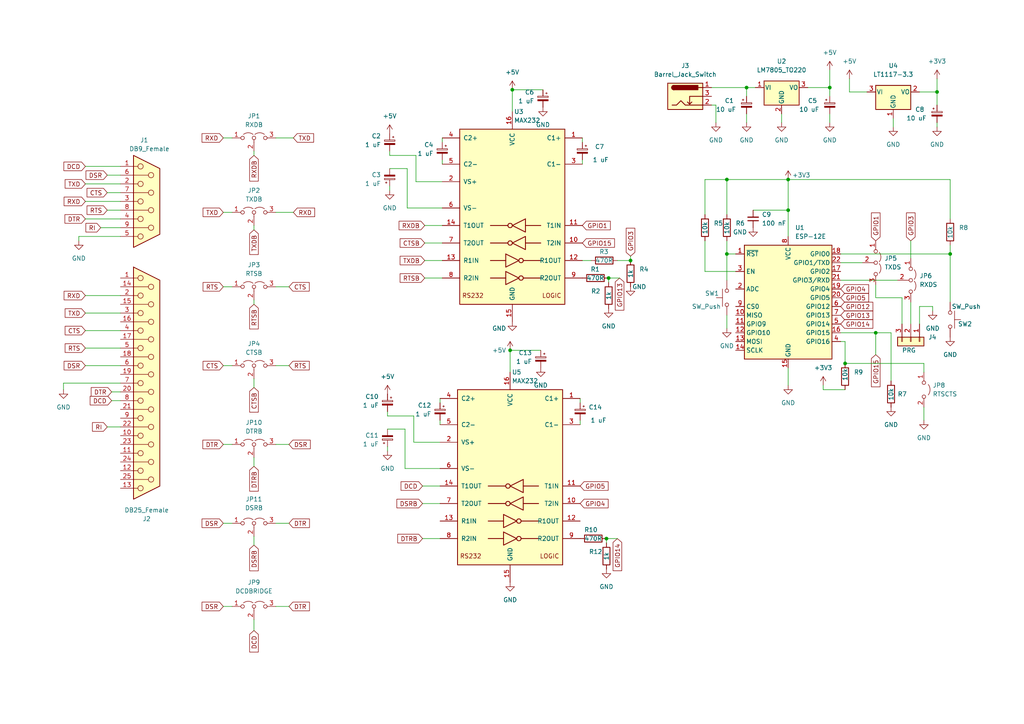
<source format=kicad_sch>
(kicad_sch (version 20211123) (generator eeschema)
  (paper "A4")
  (lib_symbols
    (symbol "Connector:Barrel_Jack_Switch" (pin_names hide)
      (property "Reference" "J" (at 0 5.334 0))
      (property "Value" "Barrel_Jack_Switch" (at 0 -5.08 0))
      (symbol "Barrel_Jack_Switch_0_1"
        (rectangle (start -5.08 3.81) (end 5.08 -3.81) (stroke (width 0.254)) (fill (type background)))
        (arc (start -3.302 3.175) (mid -3.937 2.54) (end -3.302 1.905) (stroke (width 0.254)))
        (arc (start -3.302 3.175) (mid -3.937 2.54) (end -3.302 1.905) (stroke (width 0.254)) (fill (type outline)))
        (polyline (pts (xy 1.27 -2.286) (xy 1.905 -1.651)) (stroke (width 0.254)))
        (polyline (pts (xy 5.08 2.54) (xy 3.81 2.54)) (stroke (width 0.254)))
        (polyline (pts (xy 5.08 0) (xy 1.27 0) (xy 1.27 -2.286) (xy 0.635 -1.651)) (stroke (width 0.254)))
        (polyline (pts (xy -3.81 -2.54) (xy -2.54 -2.54) (xy -1.27 -1.27) (xy 0 -2.54) (xy 2.54 -2.54) (xy 5.08 -2.54)) (stroke (width 0.254)))
        (rectangle (start 3.683 3.175) (end -3.302 1.905) (stroke (width 0.254)) (fill (type outline)))
      )
      (symbol "Barrel_Jack_Switch_1_1"
        (pin passive line (at 7.62 2.54 180) (length 2.54) (name "~") (number "1"))
        (pin passive line (at 7.62 -2.54 180) (length 2.54) (name "~") (number "2"))
        (pin passive line (at 7.62 0 180) (length 2.54) (name "~") (number "3"))
      )
    )
    (symbol "Connector:DB25_Female" (pin_names (offset 1.016) hide)
      (property "Reference" "J" (at 0 34.29 0))
      (property "Value" "DB25_Female" (at 0 -34.925 0))
      (symbol "DB25_Female_0_1"
        (circle (center -1.778 -30.48) (radius 0.762))
        (circle (center -1.778 -25.4) (radius 0.762))
        (circle (center -1.778 -20.32) (radius 0.762))
        (circle (center -1.778 -15.24) (radius 0.762))
        (circle (center -1.778 -10.16) (radius 0.762))
        (circle (center -1.778 -5.08) (radius 0.762))
        (circle (center -1.778 0) (radius 0.762))
        (circle (center -1.778 5.08) (radius 0.762))
        (circle (center -1.778 10.16) (radius 0.762))
        (circle (center -1.778 15.24) (radius 0.762))
        (circle (center -1.778 20.32) (radius 0.762))
        (circle (center -1.778 25.4) (radius 0.762))
        (circle (center -1.778 30.48) (radius 0.762))
        (polyline (pts (xy -3.81 -30.48) (xy -2.54 -30.48)))
        (polyline (pts (xy -3.81 -27.94) (xy 0.508 -27.94)))
        (polyline (pts (xy -3.81 -25.4) (xy -2.54 -25.4)))
        (polyline (pts (xy -3.81 -22.86) (xy 0.508 -22.86)))
        (polyline (pts (xy -3.81 -20.32) (xy -2.54 -20.32)))
        (polyline (pts (xy -3.81 -17.78) (xy 0.508 -17.78)))
        (polyline (pts (xy -3.81 -15.24) (xy -2.54 -15.24)))
        (polyline (pts (xy -3.81 -12.7) (xy 0.508 -12.7)))
        (polyline (pts (xy -3.81 -10.16) (xy -2.54 -10.16)))
        (polyline (pts (xy -3.81 -7.62) (xy 0.508 -7.62)))
        (polyline (pts (xy -3.81 -5.08) (xy -2.54 -5.08)))
        (polyline (pts (xy -3.81 -2.54) (xy 0.508 -2.54)))
        (polyline (pts (xy -3.81 0) (xy -2.54 0)))
        (polyline (pts (xy -3.81 2.54) (xy 0.508 2.54)))
        (polyline (pts (xy -3.81 5.08) (xy -2.54 5.08)))
        (polyline (pts (xy -3.81 7.62) (xy 0.508 7.62)))
        (polyline (pts (xy -3.81 10.16) (xy -2.54 10.16)))
        (polyline (pts (xy -3.81 12.7) (xy 0.508 12.7)))
        (polyline (pts (xy -3.81 15.24) (xy -2.54 15.24)))
        (polyline (pts (xy -3.81 17.78) (xy 0.508 17.78)))
        (polyline (pts (xy -3.81 20.32) (xy -2.54 20.32)))
        (polyline (pts (xy -3.81 22.86) (xy 0.508 22.86)))
        (polyline (pts (xy -3.81 25.4) (xy -2.54 25.4)))
        (polyline (pts (xy -3.81 27.94) (xy 0.508 27.94)))
        (polyline (pts (xy -3.81 30.48) (xy -2.54 30.48)))
        (polyline (pts (xy -3.81 33.655) (xy 3.81 29.845) (xy 3.81 -29.845) (xy -3.81 -33.655) (xy -3.81 33.655)) (stroke (width 0.254)) (fill (type background)))
        (circle (center 1.27 -27.94) (radius 0.762))
        (circle (center 1.27 -22.86) (radius 0.762))
        (circle (center 1.27 -17.78) (radius 0.762))
        (circle (center 1.27 -12.7) (radius 0.762))
        (circle (center 1.27 -7.62) (radius 0.762))
        (circle (center 1.27 -2.54) (radius 0.762))
        (circle (center 1.27 2.54) (radius 0.762))
        (circle (center 1.27 7.62) (radius 0.762))
        (circle (center 1.27 12.7) (radius 0.762))
        (circle (center 1.27 17.78) (radius 0.762))
        (circle (center 1.27 22.86) (radius 0.762))
        (circle (center 1.27 27.94) (radius 0.762))
      )
      (symbol "DB25_Female_1_1"
        (pin passive line (at -7.62 30.48 0) (length 3.81) (name "1") (number "1"))
        (pin passive line (at -7.62 -15.24 0) (length 3.81) (name "10") (number "10"))
        (pin passive line (at -7.62 -20.32 0) (length 3.81) (name "11") (number "11"))
        (pin passive line (at -7.62 -25.4 0) (length 3.81) (name "12") (number "12"))
        (pin passive line (at -7.62 -30.48 0) (length 3.81) (name "13") (number "13"))
        (pin passive line (at -7.62 27.94 0) (length 3.81) (name "P14") (number "14"))
        (pin passive line (at -7.62 22.86 0) (length 3.81) (name "P15") (number "15"))
        (pin passive line (at -7.62 17.78 0) (length 3.81) (name "P16") (number "16"))
        (pin passive line (at -7.62 12.7 0) (length 3.81) (name "P17") (number "17"))
        (pin passive line (at -7.62 7.62 0) (length 3.81) (name "P18") (number "18"))
        (pin passive line (at -7.62 2.54 0) (length 3.81) (name "P19") (number "19"))
        (pin passive line (at -7.62 25.4 0) (length 3.81) (name "2") (number "2"))
        (pin passive line (at -7.62 -2.54 0) (length 3.81) (name "P20") (number "20"))
        (pin passive line (at -7.62 -7.62 0) (length 3.81) (name "P21") (number "21"))
        (pin passive line (at -7.62 -12.7 0) (length 3.81) (name "P22") (number "22"))
        (pin passive line (at -7.62 -17.78 0) (length 3.81) (name "P23") (number "23"))
        (pin passive line (at -7.62 -22.86 0) (length 3.81) (name "P24") (number "24"))
        (pin passive line (at -7.62 -27.94 0) (length 3.81) (name "P25") (number "25"))
        (pin passive line (at -7.62 20.32 0) (length 3.81) (name "3") (number "3"))
        (pin passive line (at -7.62 15.24 0) (length 3.81) (name "4") (number "4"))
        (pin passive line (at -7.62 10.16 0) (length 3.81) (name "5") (number "5"))
        (pin passive line (at -7.62 5.08 0) (length 3.81) (name "6") (number "6"))
        (pin passive line (at -7.62 0 0) (length 3.81) (name "7") (number "7"))
        (pin passive line (at -7.62 -5.08 0) (length 3.81) (name "8") (number "8"))
        (pin passive line (at -7.62 -10.16 0) (length 3.81) (name "9") (number "9"))
      )
    )
    (symbol "Connector:DB9_Female" (pin_names (offset 1.016) hide)
      (property "Reference" "J" (at 0 13.97 0))
      (property "Value" "DB9_Female" (at 0 -14.605 0))
      (symbol "DB9_Female_0_1"
        (circle (center -1.778 -10.16) (radius 0.762))
        (circle (center -1.778 -5.08) (radius 0.762))
        (circle (center -1.778 0) (radius 0.762))
        (circle (center -1.778 5.08) (radius 0.762))
        (circle (center -1.778 10.16) (radius 0.762))
        (polyline (pts (xy -3.81 -10.16) (xy -2.54 -10.16)))
        (polyline (pts (xy -3.81 -7.62) (xy 0.508 -7.62)))
        (polyline (pts (xy -3.81 -5.08) (xy -2.54 -5.08)))
        (polyline (pts (xy -3.81 -2.54) (xy 0.508 -2.54)))
        (polyline (pts (xy -3.81 0) (xy -2.54 0)))
        (polyline (pts (xy -3.81 2.54) (xy 0.508 2.54)))
        (polyline (pts (xy -3.81 5.08) (xy -2.54 5.08)))
        (polyline (pts (xy -3.81 7.62) (xy 0.508 7.62)))
        (polyline (pts (xy -3.81 10.16) (xy -2.54 10.16)))
        (polyline (pts (xy -3.81 13.335) (xy -3.81 -13.335) (xy 3.81 -9.525) (xy 3.81 9.525) (xy -3.81 13.335)) (stroke (width 0.254)) (fill (type background)))
        (circle (center 1.27 -7.62) (radius 0.762))
        (circle (center 1.27 -2.54) (radius 0.762))
        (circle (center 1.27 2.54) (radius 0.762))
        (circle (center 1.27 7.62) (radius 0.762))
      )
      (symbol "DB9_Female_1_1"
        (pin passive line (at -7.62 10.16 0) (length 3.81) (name "1") (number "1"))
        (pin passive line (at -7.62 5.08 0) (length 3.81) (name "2") (number "2"))
        (pin passive line (at -7.62 0 0) (length 3.81) (name "3") (number "3"))
        (pin passive line (at -7.62 -5.08 0) (length 3.81) (name "4") (number "4"))
        (pin passive line (at -7.62 -10.16 0) (length 3.81) (name "5") (number "5"))
        (pin passive line (at -7.62 7.62 0) (length 3.81) (name "6") (number "6"))
        (pin passive line (at -7.62 2.54 0) (length 3.81) (name "7") (number "7"))
        (pin passive line (at -7.62 -2.54 0) (length 3.81) (name "8") (number "8"))
        (pin passive line (at -7.62 -7.62 0) (length 3.81) (name "9") (number "9"))
      )
    )
    (symbol "Connector_Generic:Conn_01x03" (pin_names (offset 1.016) hide)
      (property "Reference" "J" (at 0 5.08 0))
      (property "Value" "Conn_01x03" (at 0 -5.08 0))
      (symbol "Conn_01x03_1_1"
        (rectangle (start -1.27 -2.413) (end 0 -2.667) (stroke (width 0.1524)))
        (rectangle (start -1.27 0.127) (end 0 -0.127) (stroke (width 0.1524)))
        (rectangle (start -1.27 2.667) (end 0 2.413) (stroke (width 0.1524)))
        (rectangle (start -1.27 3.81) (end 1.27 -3.81) (stroke (width 0.254)) (fill (type background)))
        (pin passive line (at -5.08 2.54 0) (length 3.81) (name "Pin_1") (number "1"))
        (pin passive line (at -5.08 0 0) (length 3.81) (name "Pin_2") (number "2"))
        (pin passive line (at -5.08 -2.54 0) (length 3.81) (name "Pin_3") (number "3"))
      )
    )
    (symbol "Device:C_Polarized_Small" (pin_numbers hide) (pin_names (offset 0.254) hide)
      (property "Reference" "C" (at 0.254 1.778 0))
      (property "Value" "C_Polarized_Small" (at 0.254 -2.032 0))
      (symbol "C_Polarized_Small_0_1"
        (rectangle (start -1.524 -0.3048) (end 1.524 -0.6858) (fill (type outline)))
        (rectangle (start -1.524 0.6858) (end 1.524 0.3048))
        (polyline (pts (xy -1.27 1.524) (xy -0.762 1.524)))
        (polyline (pts (xy -1.016 1.27) (xy -1.016 1.778)))
      )
      (symbol "C_Polarized_Small_1_1"
        (pin passive line (at 0 2.54 270) (length 1.8542) (name "~") (number "1"))
        (pin passive line (at 0 -2.54 90) (length 1.8542) (name "~") (number "2"))
      )
    )
    (symbol "Device:C_Small" (pin_numbers hide) (pin_names (offset 0.254) hide)
      (property "Reference" "C" (at 0.254 1.778 0))
      (property "Value" "C_Small" (at 0.254 -2.032 0))
      (symbol "C_Small_0_1"
        (polyline (pts (xy -1.524 -0.508) (xy 1.524 -0.508)) (stroke (width 0.3302)))
        (polyline (pts (xy -1.524 0.508) (xy 1.524 0.508)) (stroke (width 0.3048)))
      )
      (symbol "C_Small_1_1"
        (pin passive line (at 0 2.54 270) (length 2.032) (name "~") (number "1"))
        (pin passive line (at 0 -2.54 90) (length 2.032) (name "~") (number "2"))
      )
    )
    (symbol "Device:R" (pin_numbers hide) (pin_names (offset 0))
      (property "Reference" "R" (at 2.032 0 90))
      (property "Value" "R" (at 0 0 90))
      (symbol "R_0_1"
        (rectangle (start -1.016 -2.54) (end 1.016 2.54) (stroke (width 0.254)))
      )
      (symbol "R_1_1"
        (pin passive line (at 0 3.81 270) (length 1.27) (name "~") (number "1"))
        (pin passive line (at 0 -3.81 90) (length 1.27) (name "~") (number "2"))
      )
    )
    (symbol "Interface_UART:MAX232" (pin_names (offset 1.016))
      (property "Reference" "U" (at -2.54 28.575 0))
      (property "Value" "MAX232" (at -2.54 26.67 0))
      (symbol "MAX232_0_0"
        (text "LOGIC" (at -11.43 -22.86 0) (effects (font (size 1.27 1.27))))
        (text "RS232" (at 11.43 -22.86 0) (effects (font (size 1.27 1.27))))
      )
      (symbol "MAX232_0_1"
        (rectangle (start -15.24 -25.4) (end 15.24 25.4) (stroke (width 0.254)) (fill (type background)))
        (circle (center -2.54 -17.78) (radius 0.635) (stroke (width 0.254)))
        (circle (center -2.54 -12.7) (radius 0.635) (stroke (width 0.254)))
        (polyline (pts (xy -3.81 -7.62) (xy -8.255 -7.62)) (stroke (width 0.254)))
        (polyline (pts (xy -3.81 -2.54) (xy -8.255 -2.54)) (stroke (width 0.254)))
        (polyline (pts (xy -3.175 -17.78) (xy -8.255 -17.78)) (stroke (width 0.254)))
        (polyline (pts (xy -3.175 -12.7) (xy -8.255 -12.7)) (stroke (width 0.254)))
        (polyline (pts (xy 1.27 -7.62) (xy 6.35 -7.62)) (stroke (width 0.254)))
        (polyline (pts (xy 1.27 -2.54) (xy 6.35 -2.54)) (stroke (width 0.254)))
        (polyline (pts (xy 1.905 -17.78) (xy 6.35 -17.78)) (stroke (width 0.254)))
        (polyline (pts (xy 1.905 -12.7) (xy 6.35 -12.7)) (stroke (width 0.254)))
        (polyline (pts (xy -3.81 -5.715) (xy -3.81 -9.525) (xy 0 -7.62) (xy -3.81 -5.715)) (stroke (width 0.254)))
        (polyline (pts (xy -3.81 -0.635) (xy -3.81 -4.445) (xy 0 -2.54) (xy -3.81 -0.635)) (stroke (width 0.254)))
        (polyline (pts (xy 1.905 -15.875) (xy 1.905 -19.685) (xy -1.905 -17.78) (xy 1.905 -15.875)) (stroke (width 0.254)))
        (polyline (pts (xy 1.905 -10.795) (xy 1.905 -14.605) (xy -1.905 -12.7) (xy 1.905 -10.795)) (stroke (width 0.254)))
        (circle (center 0.635 -7.62) (radius 0.635) (stroke (width 0.254)))
        (circle (center 0.635 -2.54) (radius 0.635) (stroke (width 0.254)))
      )
      (symbol "MAX232_1_1"
        (pin passive line (at -20.32 22.86 0) (length 5.08) (name "C1+") (number "1"))
        (pin input line (at -20.32 -7.62 0) (length 5.08) (name "T2IN") (number "10"))
        (pin input line (at -20.32 -2.54 0) (length 5.08) (name "T1IN") (number "11"))
        (pin output line (at -20.32 -12.7 0) (length 5.08) (name "R1OUT") (number "12"))
        (pin input line (at 20.32 -12.7 180) (length 5.08) (name "R1IN") (number "13"))
        (pin output line (at 20.32 -2.54 180) (length 5.08) (name "T1OUT") (number "14"))
        (pin power_in line (at 0 -30.48 90) (length 5.08) (name "GND") (number "15"))
        (pin power_in line (at 0 30.48 270) (length 5.08) (name "VCC") (number "16"))
        (pin power_out line (at 20.32 10.16 180) (length 5.08) (name "VS+") (number "2"))
        (pin passive line (at -20.32 15.24 0) (length 5.08) (name "C1-") (number "3"))
        (pin passive line (at 20.32 22.86 180) (length 5.08) (name "C2+") (number "4"))
        (pin passive line (at 20.32 15.24 180) (length 5.08) (name "C2-") (number "5"))
        (pin power_out line (at 20.32 2.54 180) (length 5.08) (name "VS-") (number "6"))
        (pin output line (at 20.32 -7.62 180) (length 5.08) (name "T2OUT") (number "7"))
        (pin input line (at 20.32 -17.78 180) (length 5.08) (name "R2IN") (number "8"))
        (pin output line (at -20.32 -17.78 0) (length 5.08) (name "R2OUT") (number "9"))
      )
    )
    (symbol "Jumper:Jumper_2_Open" (pin_names (offset 0) hide)
      (property "Reference" "JP" (at 0 2.794 0))
      (property "Value" "Jumper_2_Open" (at 0 -2.286 0))
      (symbol "Jumper_2_Open_0_0"
        (circle (center -2.032 0) (radius 0.508))
        (circle (center 2.032 0) (radius 0.508))
      )
      (symbol "Jumper_2_Open_0_1"
        (arc (start 1.524 1.27) (mid 0 1.778) (end -1.524 1.27))
      )
      (symbol "Jumper_2_Open_1_1"
        (pin passive line (at -5.08 0 0) (length 2.54) (name "A") (number "1"))
        (pin passive line (at 5.08 0 180) (length 2.54) (name "B") (number "2"))
      )
    )
    (symbol "Jumper:Jumper_3_Open" (pin_names (offset 0) hide)
      (property "Reference" "JP" (at -2.54 -2.54 0))
      (property "Value" "Jumper_3_Open" (at 0 2.794 0))
      (symbol "Jumper_3_Open_0_0"
        (circle (center -3.302 0) (radius 0.508))
        (circle (center 0 0) (radius 0.508))
        (circle (center 3.302 0) (radius 0.508))
      )
      (symbol "Jumper_3_Open_0_1"
        (arc (start -0.254 1.016) (mid -1.651 1.4992) (end -3.048 1.016))
        (polyline (pts (xy 0 -0.508) (xy 0 -1.27)))
        (arc (start 3.048 1.016) (mid 1.651 1.4992) (end 0.254 1.016))
      )
      (symbol "Jumper_3_Open_1_1"
        (pin passive line (at -6.35 0 0) (length 2.54) (name "A") (number "1"))
        (pin passive line (at 0 -3.81 90) (length 2.54) (name "C") (number "2"))
        (pin passive line (at 6.35 0 180) (length 2.54) (name "B") (number "3"))
      )
    )
    (symbol "RF_Module:ESP-12E"
      (property "Reference" "U" (at -12.7 19.05 0))
      (property "Value" "ESP-12E" (at 12.7 19.05 0))
      (symbol "ESP-12E_0_1"
        (rectangle (start -12.7 17.78) (end 12.7 -15.24) (stroke (width 0.254)) (fill (type background)))
      )
      (symbol "ESP-12E_1_1"
        (pin input line (at -15.24 15.24 0) (length 2.54) (name "~{RST}") (number "1"))
        (pin bidirectional line (at -15.24 -2.54 0) (length 2.54) (name "MISO") (number "10"))
        (pin bidirectional line (at -15.24 -5.08 0) (length 2.54) (name "GPIO9") (number "11"))
        (pin bidirectional line (at -15.24 -7.62 0) (length 2.54) (name "GPIO10") (number "12"))
        (pin bidirectional line (at -15.24 -10.16 0) (length 2.54) (name "MOSI") (number "13"))
        (pin bidirectional line (at -15.24 -12.7 0) (length 2.54) (name "SCLK") (number "14"))
        (pin power_in line (at 0 -17.78 90) (length 2.54) (name "GND") (number "15"))
        (pin bidirectional line (at 15.24 -7.62 180) (length 2.54) (name "GPIO15") (number "16"))
        (pin bidirectional line (at 15.24 10.16 180) (length 2.54) (name "GPIO2") (number "17"))
        (pin bidirectional line (at 15.24 15.24 180) (length 2.54) (name "GPIO0") (number "18"))
        (pin bidirectional line (at 15.24 5.08 180) (length 2.54) (name "GPIO4") (number "19"))
        (pin input line (at -15.24 5.08 0) (length 2.54) (name "ADC") (number "2"))
        (pin bidirectional line (at 15.24 2.54 180) (length 2.54) (name "GPIO5") (number "20"))
        (pin bidirectional line (at 15.24 7.62 180) (length 2.54) (name "GPIO3/RXD") (number "21"))
        (pin bidirectional line (at 15.24 12.7 180) (length 2.54) (name "GPIO1/TXD") (number "22"))
        (pin input line (at -15.24 10.16 0) (length 2.54) (name "EN") (number "3"))
        (pin bidirectional line (at 15.24 -10.16 180) (length 2.54) (name "GPIO16") (number "4"))
        (pin bidirectional line (at 15.24 -5.08 180) (length 2.54) (name "GPIO14") (number "5"))
        (pin bidirectional line (at 15.24 0 180) (length 2.54) (name "GPIO12") (number "6"))
        (pin bidirectional line (at 15.24 -2.54 180) (length 2.54) (name "GPIO13") (number "7"))
        (pin power_in line (at 0 20.32 270) (length 2.54) (name "VCC") (number "8"))
        (pin input line (at -15.24 0 0) (length 2.54) (name "CS0") (number "9"))
      )
    )
    (symbol "Regulator_Linear:LM7805_TO220" (pin_names (offset 0.254))
      (property "Reference" "U" (at -3.81 3.175 0))
      (property "Value" "LM7805_TO220" (at 0 3.175 0))
      (symbol "LM7805_TO220_0_1"
        (rectangle (start -5.08 1.905) (end 5.08 -5.08) (stroke (width 0.254)) (fill (type background)))
      )
      (symbol "LM7805_TO220_1_1"
        (pin power_in line (at -7.62 0 0) (length 2.54) (name "VI") (number "1"))
        (pin power_in line (at 0 -7.62 90) (length 2.54) (name "GND") (number "2"))
        (pin power_out line (at 7.62 0 180) (length 2.54) (name "VO") (number "3"))
      )
    )
    (symbol "Regulator_Linear:LT1117-3.3" (pin_names (offset 0.254))
      (property "Reference" "U" (at -3.81 3.175 0))
      (property "Value" "LT1117-3.3" (at 0 3.175 0))
      (symbol "LT1117-3.3_0_1"
        (rectangle (start -5.08 -5.08) (end 5.08 1.905) (stroke (width 0.254)) (fill (type background)))
      )
      (symbol "LT1117-3.3_1_1"
        (pin power_in line (at 0 -7.62 90) (length 2.54) (name "GND") (number "1"))
        (pin power_out line (at 7.62 0 180) (length 2.54) (name "VO") (number "2"))
        (pin power_in line (at -7.62 0 0) (length 2.54) (name "VI") (number "3"))
      )
    )
    (symbol "Switch:SW_Push" (pin_numbers hide) (pin_names (offset 1.016) hide)
      (property "Reference" "SW" (at 1.27 2.54 0))
      (property "Value" "SW_Push" (at 0 -1.524 0))
      (symbol "SW_Push_0_1"
        (circle (center -2.032 0) (radius 0.508))
        (polyline (pts (xy 0 1.27) (xy 0 3.048)))
        (polyline (pts (xy 2.54 1.27) (xy -2.54 1.27)))
        (circle (center 2.032 0) (radius 0.508))
        (pin passive line (at -5.08 0 0) (length 2.54) (name "1") (number "1"))
        (pin passive line (at 5.08 0 180) (length 2.54) (name "2") (number "2"))
      )
    )
    (symbol "power:+3.3V" (power) (pin_names (offset 0))
      (property "Value" "+3.3V" (at 0 3.556 0))
      (symbol "+3.3V_0_1"
        (polyline (pts (xy -0.762 1.27) (xy 0 2.54)))
        (polyline (pts (xy 0 0) (xy 0 2.54)))
        (polyline (pts (xy 0 2.54) (xy 0.762 1.27)))
      )
      (symbol "+3.3V_1_1"
        (pin power_in line (at 0 0 90) (length 0) hide (name "+3V3") (number "1"))
      )
    )
    (symbol "power:+5V" (power) (pin_names (offset 0))
      (property "Value" "+5V" (at 0 3.556 0))
      (symbol "+5V_0_1"
        (polyline (pts (xy -0.762 1.27) (xy 0 2.54)))
        (polyline (pts (xy 0 0) (xy 0 2.54)))
        (polyline (pts (xy 0 2.54) (xy 0.762 1.27)))
      )
      (symbol "+5V_1_1"
        (pin power_in line (at 0 0 90) (length 0) hide (name "+5V") (number "1"))
      )
    )
    (symbol "power:GND" (power) (pin_names (offset 0))
      (property "Value" "GND" (at 0 -3.81 0))
      (symbol "GND_0_1"
        (polyline (pts (xy 0 0) (xy 0 -1.27) (xy 1.27 -1.27) (xy 0 -2.54) (xy -1.27 -1.27) (xy 0 -1.27)))
      )
      (symbol "GND_1_1"
        (pin power_in line (at 0 0 270) (length 0) hide (name "GND") (number "1"))
      )
    )
  )
  (junction (at 228.6 52.07))
  (junction (at 275.59 73.66))
  (junction (at 245.11 105.41))
  (junction (at 182.88 75.565))
  (junction (at 147.955 101.6))
  (junction (at 148.59 26.035))
  (junction (at 216.535 25.4))
  (junction (at 176.53 80.645))
  (junction (at 228.6 60.96))
  (junction (at 271.78 26.67))
  (junction (at 240.665 25.4))
  (junction (at 210.82 73.66))
  (junction (at 210.82 52.07))
  (junction (at 175.895 156.21))
  (junction (at 254 96.52))
  (wire (pts (xy 80.01 151.765) (xy 83.82 151.765)))
  (wire (pts (xy 73.66 132.715) (xy 73.66 135.255)))
  (wire (pts (xy 22.86 68.58) (xy 34.925 68.58)))
  (wire (pts (xy 271.78 22.86) (xy 271.78 26.67)))
  (wire (pts (xy 176.53 80.645) (xy 179.705 80.645)))
  (wire (pts (xy 254 96.52) (xy 254 102.87)))
  (wire (pts (xy 147.955 107.95) (xy 147.955 101.6)))
  (wire (pts (xy 112.395 119.38) (xy 112.395 120.65)))
  (wire (pts (xy 228.6 52.07) (xy 228.6 60.96)))
  (wire (pts (xy 128.27 60.325) (xy 118.11 60.325)))
  (wire (pts (xy 80.01 40.005) (xy 85.09 40.005)))
  (wire (pts (xy 216.535 33.02) (xy 216.535 35.56)))
  (wire (pts (xy 80.01 83.185) (xy 83.82 83.185)))
  (wire (pts (xy 210.82 62.23) (xy 210.82 52.07)))
  (wire (pts (xy 228.6 52.07) (xy 275.59 52.07)))
  (wire (pts (xy 24.765 48.26) (xy 34.925 48.26)))
  (wire (pts (xy 24.765 100.965) (xy 34.925 100.965)))
  (wire (pts (xy 216.535 25.4) (xy 219.075 25.4)))
  (wire (pts (xy 80.01 128.905) (xy 83.82 128.905)))
  (wire (pts (xy 24.765 58.42) (xy 34.925 58.42)))
  (wire (pts (xy 210.82 52.07) (xy 228.6 52.07)))
  (wire (pts (xy 127.635 121.92) (xy 127.635 123.19)))
  (wire (pts (xy 261.62 86.36) (xy 261.62 93.98)))
  (wire (pts (xy 267.97 118.11) (xy 267.97 121.92)))
  (wire (pts (xy 266.7 93.98) (xy 266.7 88.9)))
  (wire (pts (xy 64.77 61.595) (xy 67.31 61.595)))
  (wire (pts (xy 128.27 52.705) (xy 120.65 52.705)))
  (wire (pts (xy 123.19 70.485) (xy 128.27 70.485)))
  (wire (pts (xy 73.66 65.405) (xy 73.66 66.675)))
  (wire (pts (xy 73.66 86.995) (xy 73.66 88.265)))
  (wire (pts (xy 24.765 106.045) (xy 34.925 106.045)))
  (wire (pts (xy 24.765 63.5) (xy 34.925 63.5)))
  (wire (pts (xy 275.59 73.66) (xy 275.59 71.12)))
  (wire (pts (xy 80.01 175.895) (xy 83.82 175.895)))
  (wire (pts (xy 112.395 129.54) (xy 112.395 130.81)))
  (wire (pts (xy 123.19 80.645) (xy 128.27 80.645)))
  (wire (pts (xy 228.6 106.68) (xy 228.6 111.76)))
  (wire (pts (xy 148.59 32.385) (xy 148.59 26.035)))
  (wire (pts (xy 64.77 175.895) (xy 67.31 175.895)))
  (wire (pts (xy 245.11 105.41) (xy 267.97 105.41)))
  (wire (pts (xy 113.03 53.975) (xy 113.03 55.245)))
  (wire (pts (xy 73.66 109.855) (xy 73.66 112.395)))
  (wire (pts (xy 128.27 46.355) (xy 128.27 47.625)))
  (wire (pts (xy 204.47 78.74) (xy 213.36 78.74)))
  (wire (pts (xy 118.11 48.895) (xy 113.03 48.895)))
  (wire (pts (xy 168.91 75.565) (xy 171.45 75.565)))
  (wire (pts (xy 122.555 146.05) (xy 127.635 146.05)))
  (wire (pts (xy 175.895 156.21) (xy 179.07 156.21)))
  (wire (pts (xy 120.015 120.65) (xy 112.395 120.65)))
  (wire (pts (xy 122.555 140.97) (xy 127.635 140.97)))
  (wire (pts (xy 168.91 46.355) (xy 168.91 47.625)))
  (wire (pts (xy 179.07 75.565) (xy 182.88 75.565)))
  (wire (pts (xy 18.415 111.125) (xy 18.415 113.03)))
  (wire (pts (xy 117.475 124.46) (xy 112.395 124.46)))
  (wire (pts (xy 264.16 87.63) (xy 264.16 93.98)))
  (wire (pts (xy 207.645 35.56) (xy 207.645 30.48)))
  (wire (pts (xy 246.38 22.86) (xy 246.38 26.67)))
  (wire (pts (xy 266.7 88.9) (xy 270.51 88.9)))
  (wire (pts (xy 64.77 128.905) (xy 67.31 128.905)))
  (wire (pts (xy 175.895 156.21) (xy 175.895 157.48)))
  (wire (pts (xy 240.665 25.4) (xy 240.665 27.94)))
  (wire (pts (xy 64.77 83.185) (xy 67.31 83.185)))
  (wire (pts (xy 254 86.36) (xy 261.62 86.36)))
  (wire (pts (xy 24.765 85.725) (xy 34.925 85.725)))
  (wire (pts (xy 120.65 52.705) (xy 120.65 45.085)))
  (wire (pts (xy 31.115 55.88) (xy 34.925 55.88)))
  (wire (pts (xy 24.765 53.34) (xy 34.925 53.34)))
  (wire (pts (xy 147.955 101.6) (xy 156.845 101.6)))
  (wire (pts (xy 182.88 74.295) (xy 182.88 75.565)))
  (wire (pts (xy 210.82 73.66) (xy 210.82 81.28)))
  (wire (pts (xy 168.275 116.84) (xy 168.275 115.57)))
  (wire (pts (xy 73.66 43.815) (xy 73.66 45.085)))
  (wire (pts (xy 118.11 60.325) (xy 118.11 48.895)))
  (wire (pts (xy 120.015 128.27) (xy 120.015 120.65)))
  (wire (pts (xy 32.385 113.665) (xy 34.925 113.665)))
  (wire (pts (xy 32.385 116.205) (xy 34.925 116.205)))
  (wire (pts (xy 204.47 69.85) (xy 204.47 78.74)))
  (wire (pts (xy 254 96.52) (xy 258.445 96.52)))
  (wire (pts (xy 258.445 110.49) (xy 258.445 96.52)))
  (wire (pts (xy 127.635 135.89) (xy 117.475 135.89)))
  (wire (pts (xy 245.11 99.06) (xy 243.84 99.06)))
  (wire (pts (xy 117.475 135.89) (xy 117.475 124.46)))
  (wire (pts (xy 80.01 61.595) (xy 85.09 61.595)))
  (wire (pts (xy 264.16 69.85) (xy 264.16 74.93)))
  (wire (pts (xy 226.695 33.02) (xy 226.695 35.56)))
  (wire (pts (xy 31.115 123.825) (xy 34.925 123.825)))
  (wire (pts (xy 218.44 60.96) (xy 228.6 60.96)))
  (wire (pts (xy 245.11 99.06) (xy 245.11 105.41)))
  (wire (pts (xy 243.84 73.66) (xy 275.59 73.66)))
  (wire (pts (xy 123.19 75.565) (xy 128.27 75.565)))
  (wire (pts (xy 113.03 43.815) (xy 113.03 45.085)))
  (wire (pts (xy 73.66 155.575) (xy 73.66 158.115)))
  (wire (pts (xy 275.59 73.66) (xy 275.59 87.63)))
  (wire (pts (xy 127.635 128.27) (xy 120.015 128.27)))
  (wire (pts (xy 240.665 20.32) (xy 240.665 25.4)))
  (wire (pts (xy 238.76 113.03) (xy 245.11 113.03)))
  (wire (pts (xy 210.82 69.85) (xy 210.82 73.66)))
  (wire (pts (xy 64.77 106.045) (xy 67.31 106.045)))
  (wire (pts (xy 271.78 26.67) (xy 266.7 26.67)))
  (wire (pts (xy 128.27 41.275) (xy 128.27 40.005)))
  (wire (pts (xy 148.59 26.035) (xy 157.48 26.035)))
  (wire (pts (xy 271.78 30.48) (xy 271.78 26.67)))
  (wire (pts (xy 127.635 116.84) (xy 127.635 115.57)))
  (wire (pts (xy 204.47 52.07) (xy 210.82 52.07)))
  (wire (pts (xy 267.97 107.95) (xy 267.97 105.41)))
  (wire (pts (xy 29.21 66.04) (xy 34.925 66.04)))
  (wire (pts (xy 31.115 60.96) (xy 34.925 60.96)))
  (wire (pts (xy 228.6 60.96) (xy 228.6 68.58)))
  (wire (pts (xy 271.78 35.56) (xy 271.78 36.83)))
  (wire (pts (xy 210.82 91.44) (xy 210.82 95.25)))
  (wire (pts (xy 24.765 95.885) (xy 34.925 95.885)))
  (wire (pts (xy 24.765 90.805) (xy 34.925 90.805)))
  (wire (pts (xy 31.115 50.8) (xy 34.925 50.8)))
  (wire (pts (xy 216.535 25.4) (xy 216.535 27.94)))
  (wire (pts (xy 243.84 96.52) (xy 254 96.52)))
  (wire (pts (xy 120.65 45.085) (xy 113.03 45.085)))
  (wire (pts (xy 64.77 151.765) (xy 67.31 151.765)))
  (wire (pts (xy 246.38 26.67) (xy 251.46 26.67)))
  (wire (pts (xy 123.19 65.405) (xy 128.27 65.405)))
  (wire (pts (xy 176.53 80.645) (xy 176.53 81.915)))
  (wire (pts (xy 18.415 111.125) (xy 34.925 111.125)))
  (wire (pts (xy 207.645 30.48) (xy 206.375 30.48)))
  (wire (pts (xy 73.66 179.705) (xy 73.66 182.88)))
  (wire (pts (xy 168.91 41.275) (xy 168.91 40.005)))
  (wire (pts (xy 206.375 25.4) (xy 216.535 25.4)))
  (wire (pts (xy 240.665 25.4) (xy 234.315 25.4)))
  (wire (pts (xy 64.77 40.005) (xy 67.31 40.005)))
  (wire (pts (xy 259.08 34.29) (xy 259.08 36.83)))
  (wire (pts (xy 204.47 62.23) (xy 204.47 52.07)))
  (wire (pts (xy 22.86 68.58) (xy 22.86 69.85)))
  (wire (pts (xy 238.76 111.76) (xy 238.76 113.03)))
  (wire (pts (xy 243.84 81.28) (xy 260.35 81.28)))
  (wire (pts (xy 275.59 52.07) (xy 275.59 63.5)))
  (wire (pts (xy 210.82 73.66) (xy 213.36 73.66)))
  (wire (pts (xy 168.275 121.92) (xy 168.275 123.19)))
  (wire (pts (xy 243.84 76.2) (xy 250.19 76.2)))
  (wire (pts (xy 80.01 106.045) (xy 83.82 106.045)))
  (wire (pts (xy 254 82.55) (xy 254 86.36)))
  (wire (pts (xy 122.555 156.21) (xy 127.635 156.21)))
  (wire (pts (xy 240.665 33.02) (xy 240.665 35.56)))
  (wire (pts (xy 270.51 88.9) (xy 270.51 90.17)))
  (global_label "DTR" (shape input) (at 24.765 63.5 180) (property "Intersheet References" "${INTERSHEET_REFS}" (effects hide)))
  (global_label "GPIO1" (shape input) (at 254 69.85 90) (property "Intersheet References" "${INTERSHEET_REFS}" (effects hide)))
  (global_label "GPIO4" (shape input) (at 243.84 83.82 0) (property "Intersheet References" "${INTERSHEET_REFS}" (effects hide)))
  (global_label "DSR" (shape input) (at 64.77 175.895 180) (property "Intersheet References" "${INTERSHEET_REFS}" (effects hide)))
  (global_label "CTSB" (shape input) (at 73.66 112.395 270) (property "Intersheet References" "${INTERSHEET_REFS}" (effects hide)))
  (global_label "TXD" (shape input) (at 24.765 53.34 180) (property "Intersheet References" "${INTERSHEET_REFS}" (effects hide)))
  (global_label "GPIO12" (shape input) (at 243.84 88.9 0) (property "Intersheet References" "${INTERSHEET_REFS}" (effects hide)))
  (global_label "DTR" (shape input) (at 64.77 128.905 180) (property "Intersheet References" "${INTERSHEET_REFS}" (effects hide)))
  (global_label "DSRB" (shape input) (at 73.66 158.115 270) (property "Intersheet References" "${INTERSHEET_REFS}" (effects hide)))
  (global_label "DTR" (shape input) (at 83.82 151.765 0) (property "Intersheet References" "${INTERSHEET_REFS}" (effects hide)))
  (global_label "GPIO4" (shape input) (at 168.275 146.05 0) (property "Intersheet References" "${INTERSHEET_REFS}" (effects hide)))
  (global_label "GPIO3" (shape input) (at 264.16 69.85 90) (property "Intersheet References" "${INTERSHEET_REFS}" (effects hide)))
  (global_label "DCD" (shape input) (at 24.765 48.26 180) (property "Intersheet References" "${INTERSHEET_REFS}" (effects hide)))
  (global_label "RXD" (shape input) (at 64.77 40.005 180) (property "Intersheet References" "${INTERSHEET_REFS}" (effects hide)))
  (global_label "TXD" (shape input) (at 64.77 61.595 180) (property "Intersheet References" "${INTERSHEET_REFS}" (effects hide)))
  (global_label "RTS" (shape input) (at 83.82 106.045 0) (property "Intersheet References" "${INTERSHEET_REFS}" (effects hide)))
  (global_label "CTS" (shape input) (at 24.765 95.885 180) (property "Intersheet References" "${INTERSHEET_REFS}" (effects hide)))
  (global_label "CTS" (shape input) (at 31.115 55.88 180) (property "Intersheet References" "${INTERSHEET_REFS}" (effects hide)))
  (global_label "DTR" (shape input) (at 32.385 113.665 180) (property "Intersheet References" "${INTERSHEET_REFS}" (effects hide)))
  (global_label "RI" (shape input) (at 31.115 123.825 180) (property "Intersheet References" "${INTERSHEET_REFS}" (effects hide)))
  (global_label "GPIO13" (shape input) (at 243.84 91.44 0) (property "Intersheet References" "${INTERSHEET_REFS}" (effects hide)))
  (global_label "RTSB" (shape input) (at 73.66 88.265 270) (property "Intersheet References" "${INTERSHEET_REFS}" (effects hide)))
  (global_label "DTRB" (shape input) (at 73.66 135.255 270) (property "Intersheet References" "${INTERSHEET_REFS}" (effects hide)))
  (global_label "CTS" (shape input) (at 64.77 106.045 180) (property "Intersheet References" "${INTERSHEET_REFS}" (effects hide)))
  (global_label "CTS" (shape input) (at 83.82 83.185 0) (property "Intersheet References" "${INTERSHEET_REFS}" (effects hide)))
  (global_label "DSR" (shape input) (at 64.77 151.765 180) (property "Intersheet References" "${INTERSHEET_REFS}" (effects hide)))
  (global_label "TXD" (shape input) (at 24.765 90.805 180) (property "Intersheet References" "${INTERSHEET_REFS}" (effects hide)))
  (global_label "GPIO5" (shape input) (at 243.84 86.36 0) (property "Intersheet References" "${INTERSHEET_REFS}" (effects hide)))
  (global_label "GPIO15" (shape input) (at 168.91 70.485 0) (property "Intersheet References" "${INTERSHEET_REFS}" (effects hide)))
  (global_label "TXD" (shape input) (at 85.09 40.005 0) (property "Intersheet References" "${INTERSHEET_REFS}" (effects hide)))
  (global_label "DCD" (shape input) (at 122.555 140.97 180) (property "Intersheet References" "${INTERSHEET_REFS}" (effects hide)))
  (global_label "DSR" (shape input) (at 24.765 106.045 180) (property "Intersheet References" "${INTERSHEET_REFS}" (effects hide)))
  (global_label "DSR" (shape input) (at 83.82 128.905 0) (property "Intersheet References" "${INTERSHEET_REFS}" (effects hide)))
  (global_label "GPIO14" (shape input) (at 243.84 93.98 0) (property "Intersheet References" "${INTERSHEET_REFS}" (effects hide)))
  (global_label "GPIO1" (shape input) (at 168.91 65.405 0) (property "Intersheet References" "${INTERSHEET_REFS}" (effects hide)))
  (global_label "DSR" (shape input) (at 31.115 50.8 180) (property "Intersheet References" "${INTERSHEET_REFS}" (effects hide)))
  (global_label "DCD" (shape input) (at 73.66 182.88 270) (property "Intersheet References" "${INTERSHEET_REFS}" (effects hide)))
  (global_label "RXD" (shape input) (at 24.765 58.42 180) (property "Intersheet References" "${INTERSHEET_REFS}" (effects hide)))
  (global_label "RTSB" (shape input) (at 123.19 80.645 180) (property "Intersheet References" "${INTERSHEET_REFS}" (effects hide)))
  (global_label "DTRB" (shape input) (at 122.555 156.21 180) (property "Intersheet References" "${INTERSHEET_REFS}" (effects hide)))
  (global_label "RTS" (shape input) (at 64.77 83.185 180) (property "Intersheet References" "${INTERSHEET_REFS}" (effects hide)))
  (global_label "RI" (shape input) (at 29.21 66.04 180) (property "Intersheet References" "${INTERSHEET_REFS}" (effects hide)))
  (global_label "GPIO5" (shape input) (at 168.275 140.97 0) (property "Intersheet References" "${INTERSHEET_REFS}" (effects hide)))
  (global_label "RTS" (shape input) (at 31.115 60.96 180) (property "Intersheet References" "${INTERSHEET_REFS}" (effects hide)))
  (global_label "RXD" (shape input) (at 24.765 85.725 180) (property "Intersheet References" "${INTERSHEET_REFS}" (effects hide)))
  (global_label "DCD" (shape input) (at 32.385 116.205 180) (property "Intersheet References" "${INTERSHEET_REFS}" (effects hide)))
  (global_label "GPIO13" (shape input) (at 179.705 80.645 270) (property "Intersheet References" "${INTERSHEET_REFS}" (effects hide)))
  (global_label "GPIO14" (shape input) (at 179.07 156.21 270) (property "Intersheet References" "${INTERSHEET_REFS}" (effects hide)))
  (global_label "TXDB" (shape input) (at 123.19 75.565 180) (property "Intersheet References" "${INTERSHEET_REFS}" (effects hide)))
  (global_label "GPIO15" (shape input) (at 254 102.87 270) (property "Intersheet References" "${INTERSHEET_REFS}" (effects hide)))
  (global_label "RTS" (shape input) (at 24.765 100.965 180) (property "Intersheet References" "${INTERSHEET_REFS}" (effects hide)))
  (global_label "DSRB" (shape input) (at 122.555 146.05 180) (property "Intersheet References" "${INTERSHEET_REFS}" (effects hide)))
  (global_label "RXDB" (shape input) (at 123.19 65.405 180) (property "Intersheet References" "${INTERSHEET_REFS}" (effects hide)))
  (global_label "RXDB" (shape input) (at 73.66 45.085 270) (property "Intersheet References" "${INTERSHEET_REFS}" (effects hide)))
  (global_label "RXD" (shape input) (at 85.09 61.595 0) (property "Intersheet References" "${INTERSHEET_REFS}" (effects hide)))
  (global_label "TXDB" (shape input) (at 73.66 66.675 270) (property "Intersheet References" "${INTERSHEET_REFS}" (effects hide)))
  (global_label "DTR" (shape input) (at 83.82 175.895 0) (property "Intersheet References" "${INTERSHEET_REFS}" (effects hide)))
  (global_label "CTSB" (shape input) (at 123.19 70.485 180) (property "Intersheet References" "${INTERSHEET_REFS}" (effects hide)))
  (global_label "GPIO3" (shape input) (at 182.88 74.295 90) (property "Intersheet References" "${INTERSHEET_REFS}" (effects hide)))
  (symbol (lib_id "Device:R") (at 182.88 79.375 0) (unit 1)
    (property "Reference" "R4" (at 185.42 78.1049 0) (effects (justify left)))
    (property "Value" "1k" (at 182.88 80.645 90) (effects (justify left)))
    (property "Footprint" "Resistor_THT:R_Axial_DIN0207_L6.3mm_D2.5mm_P7.62mm_Horizontal" (effects hide))
  )
  (symbol (lib_id "Jumper:Jumper_3_Open") (at 264.16 81.28 270) (unit 1)
    (property "Reference" "JP6" (at 266.7 80.0099 90) (effects (justify left)))
    (property "Value" "RXDS" (at 266.7 82.5499 90) (effects (justify left)))
    (property "Footprint" "Connector_PinHeader_2.54mm:PinHeader_1x03_P2.54mm_Vertical" (effects hide))
  )
  (symbol (lib_id "Jumper:Jumper_3_Open") (at 73.66 61.595 0) (unit 1)
    (property "Reference" "JP2" (at 73.66 55.245 0))
    (property "Value" "TXDB" (at 73.66 57.785 0))
    (property "Footprint" "Connector_PinHeader_2.54mm:PinHeader_1x03_P2.54mm_Vertical" (effects hide))
  )
  (symbol (lib_id "Connector:DB9_Female") (at 42.545 58.42 0) (unit 1)
    (property "Reference" "J1" (at 40.64 40.64 0) (effects (justify left)))
    (property "Value" "DB9_Female" (at 37.465 43.18 0) (effects (justify left)))
    (property "Footprint" "Connector_Dsub:DSUB-9_Female_Horizontal_P2.77x2.84mm_EdgePinOffset4.94mm_Housed_MountingHolesOffset7.48mm" (effects hide))
    (property "Datasheet" " ~" (effects hide))
  )
  (symbol (lib_id "Device:C_Polarized_Small") (at 240.665 30.48 0) (unit 1)
    (property "Reference" "C5" (at 234.315 29.21 0) (effects (justify left)))
    (property "Value" "10 uF" (at 231.775 31.75 0) (effects (justify left)))
    (property "Footprint" "Capacitor_THT:CP_Radial_D5.0mm_P2.00mm" (effects hide))
  )
  (symbol (lib_id "Device:C_Polarized_Small") (at 113.03 41.275 0) (mirror y) (unit 1)
    (property "Reference" "C2" (at 110.49 39.4588 0) (effects (justify left)))
    (property "Value" "1 uF" (at 110.49 41.9988 0) (effects (justify left)))
    (property "Footprint" "Capacitor_THT:CP_Radial_D5.0mm_P2.00mm" (effects hide))
  )
  (symbol (lib_id "Jumper:Jumper_3_Open") (at 73.66 106.045 0) (unit 1)
    (property "Reference" "JP4" (at 73.66 99.695 0))
    (property "Value" "CTSB" (at 73.66 102.235 0))
    (property "Footprint" "Connector_PinHeader_2.54mm:PinHeader_1x03_P2.54mm_Vertical" (effects hide))
  )
  (symbol (lib_id "Device:R") (at 175.26 75.565 90) (unit 1)
    (property "Reference" "R3" (at 176.53 73.025 90) (effects (justify left)))
    (property "Value" "470R" (at 177.8 75.565 90) (effects (justify left)))
    (property "Footprint" "Resistor_THT:R_Axial_DIN0207_L6.3mm_D2.5mm_P7.62mm_Horizontal" (effects hide))
  )
  (symbol (lib_id "Device:C_Polarized_Small") (at 216.535 30.48 0) (unit 1)
    (property "Reference" "C1" (at 210.185 29.21 0) (effects (justify left)))
    (property "Value" "10 uF" (at 207.645 31.75 0) (effects (justify left)))
    (property "Footprint" "Capacitor_THT:CP_Radial_D5.0mm_P2.00mm" (effects hide))
  )
  (symbol (lib_id "power:GND") (at 270.51 90.17 0) (unit 1)
    (property "Reference" "#PWR0125" (effects hide))
    (property "Value" "GND" (at 270.51 95.25 0))
  )
  (symbol (lib_id "power:GND") (at 210.82 95.25 0) (unit 1)
    (property "Reference" "#PWR0121" (effects hide))
    (property "Value" "GND" (at 210.82 100.33 0))
  )
  (symbol (lib_id "Device:R") (at 275.59 67.31 0) (unit 1)
    (property "Reference" "R8" (at 278.13 66.0399 0) (effects (justify left)))
    (property "Value" "10k" (at 275.59 69.215 90) (effects (justify left)))
    (property "Footprint" "Resistor_THT:R_Axial_DIN0207_L6.3mm_D2.5mm_P7.62mm_Horizontal" (effects hide))
  )
  (symbol (lib_id "power:GND") (at 147.955 168.91 0) (mirror y) (unit 1)
    (property "Reference" "#PWR0129" (effects hide))
    (property "Value" "GND" (at 147.955 173.99 0))
  )
  (symbol (lib_id "Jumper:Jumper_2_Open") (at 267.97 113.03 270) (unit 1)
    (property "Reference" "JP8" (at 270.51 111.7599 90) (effects (justify left)))
    (property "Value" "RTSCTS" (at 270.51 114.2999 90) (effects (justify left)))
    (property "Footprint" "Connector_PinHeader_2.54mm:PinHeader_1x02_P2.54mm_Vertical" (effects hide))
  )
  (symbol (lib_id "Connector_Generic:Conn_01x03") (at 264.16 99.06 270) (unit 1)
    (property "Reference" "J4" (at 269.24 97.7899 90) (effects (justify left)))
    (property "Value" "PRG" (at 261.62 101.6 90) (effects (justify left)))
    (property "Footprint" "Connector_PinHeader_2.54mm:PinHeader_1x03_P2.54mm_Vertical" (effects hide))
  )
  (symbol (lib_id "Device:R") (at 172.085 156.21 90) (unit 1)
    (property "Reference" "R10" (at 173.355 153.67 90) (effects (justify left)))
    (property "Value" "470R" (at 174.625 156.21 90) (effects (justify left)))
    (property "Footprint" "Resistor_THT:R_Axial_DIN0207_L6.3mm_D2.5mm_P7.62mm_Horizontal" (effects hide))
  )
  (symbol (lib_id "Device:C_Polarized_Small") (at 112.395 127 0) (mirror x) (unit 1)
    (property "Reference" "C11" (at 109.855 126.276 0) (effects (justify right)))
    (property "Value" "1 uF" (at 109.855 128.816 0) (effects (justify right)))
    (property "Footprint" "Capacitor_THT:CP_Radial_D5.0mm_P2.00mm" (effects hide))
  )
  (symbol (lib_id "power:GND") (at 112.395 130.81 0) (mirror y) (unit 1)
    (property "Reference" "#PWR0132" (effects hide))
    (property "Value" "GND" (at 112.395 135.89 0))
  )
  (symbol (lib_id "power:GND") (at 275.59 97.79 0) (unit 1)
    (property "Reference" "#PWR0124" (effects hide))
    (property "Value" "GND" (at 275.59 102.87 0))
  )
  (symbol (lib_id "power:GND") (at 182.88 83.185 0) (mirror y) (unit 1)
    (property "Reference" "#PWR0108" (effects hide))
    (property "Value" "GND" (at 185.42 83.185 0))
  )
  (symbol (lib_id "power:GND") (at 226.695 35.56 0) (mirror y) (unit 1)
    (property "Reference" "#PWR0113" (effects hide))
    (property "Value" "GND" (at 226.695 40.64 0))
  )
  (symbol (lib_id "power:GND") (at 175.895 165.1 0) (mirror y) (unit 1)
    (property "Reference" "#PWR0128" (effects hide))
    (property "Value" "GND" (at 175.895 170.18 0))
  )
  (symbol (lib_id "power:GND") (at 113.03 55.245 0) (mirror y) (unit 1)
    (property "Reference" "#PWR0103" (effects hide))
    (property "Value" "GND" (at 113.03 60.325 0))
  )
  (symbol (lib_id "Device:C_Polarized_Small") (at 127.635 119.38 0) (mirror y) (unit 1)
    (property "Reference" "C12" (at 125.095 117.5638 0) (effects (justify left)))
    (property "Value" "1 uF" (at 125.095 120.1038 0) (effects (justify left)))
    (property "Footprint" "Capacitor_THT:CP_Radial_D5.0mm_P2.00mm" (effects hide))
  )
  (symbol (lib_id "power:GND") (at 258.445 118.11 0) (unit 1)
    (property "Reference" "#PWR0123" (effects hide))
    (property "Value" "GND" (at 258.445 123.19 0))
  )
  (symbol (lib_id "power:+5V") (at 246.38 22.86 0) (mirror y) (unit 1)
    (property "Reference" "#PWR0120" (effects hide))
    (property "Value" "+5V" (at 246.38 17.78 0))
  )
  (symbol (lib_id "power:GND") (at 18.415 113.03 0) (mirror y) (unit 1)
    (property "Reference" "#PWR0101" (effects hide))
    (property "Value" "GND" (at 18.415 118.11 0))
  )
  (symbol (lib_id "power:+5V") (at 112.395 114.3 0) (mirror y) (unit 1)
    (property "Reference" "#PWR0133" (effects hide))
    (property "Value" "+5V" (at 112.395 109.22 0))
  )
  (symbol (lib_id "Device:C_Polarized_Small") (at 113.03 51.435 0) (mirror x) (unit 1)
    (property "Reference" "C3" (at 110.49 50.711 0) (effects (justify right)))
    (property "Value" "1 uF" (at 110.49 53.251 0) (effects (justify right)))
    (property "Footprint" "Capacitor_THT:CP_Radial_D5.0mm_P2.00mm" (effects hide))
  )
  (symbol (lib_id "power:GND") (at 271.78 36.83 0) (mirror y) (unit 1)
    (property "Reference" "#PWR0119" (effects hide))
    (property "Value" "GND" (at 271.78 41.91 0))
  )
  (symbol (lib_id "Jumper:Jumper_3_Open") (at 73.66 151.765 0) (unit 1)
    (property "Reference" "JP11" (at 73.66 144.78 0))
    (property "Value" "DSRB" (at 73.66 147.32 0))
    (property "Footprint" "Connector_PinHeader_2.54mm:PinHeader_1x03_P2.54mm_Vertical" (effects hide))
  )
  (symbol (lib_id "power:GND") (at 207.645 35.56 0) (mirror y) (unit 1)
    (property "Reference" "#PWR0111" (effects hide))
    (property "Value" "GND" (at 207.645 40.64 0))
  )
  (symbol (lib_id "RF_Module:ESP-12E") (at 228.6 88.9 0) (unit 1)
    (property "Reference" "U1" (at 230.6194 66.04 0) (effects (justify left)))
    (property "Value" "ESP-12E" (at 230.6194 68.58 0) (effects (justify left)))
    (property "Footprint" "RF_Module:ESP-12E" (effects hide))
    (property "Datasheet" "http://wiki.ai-thinker.com/_media/esp8266/esp8266_series_modules_user_manual_v1.1.pdf" (effects hide))
  )
  (symbol (lib_id "Device:C_Polarized_Small") (at 168.275 119.38 0) (mirror y) (unit 1)
    (property "Reference" "C14" (at 174.625 118.11 0) (effects (justify left)))
    (property "Value" "1 uF" (at 175.895 121.92 0) (effects (justify left)))
    (property "Footprint" "Capacitor_THT:CP_Radial_D5.0mm_P2.00mm" (effects hide))
  )
  (symbol (lib_id "Device:R") (at 245.11 109.22 0) (unit 1)
    (property "Reference" "R9" (at 247.65 107.9499 0) (effects (justify left)))
    (property "Value" "10k" (at 245.11 110.49 90) (effects (justify left)))
    (property "Footprint" "Resistor_THT:R_Axial_DIN0207_L6.3mm_D2.5mm_P7.62mm_Horizontal" (effects hide))
  )
  (symbol (lib_id "power:+3.3V") (at 228.6 52.07 0) (unit 1)
    (property "Reference" "#PWR0122" (effects hide))
    (property "Value" "+3.3V" (at 232.41 50.8 0))
  )
  (symbol (lib_id "power:GND") (at 240.665 35.56 0) (mirror y) (unit 1)
    (property "Reference" "#PWR0117" (effects hide))
    (property "Value" "GND" (at 240.665 40.64 0))
  )
  (symbol (lib_id "power:+5V") (at 148.59 26.035 0) (mirror y) (unit 1)
    (property "Reference" "#PWR0105" (effects hide))
    (property "Value" "+5V" (at 148.59 20.955 0))
  )
  (symbol (lib_id "Device:C_Polarized_Small") (at 112.395 116.84 0) (mirror y) (unit 1)
    (property "Reference" "C10" (at 109.855 115.0238 0) (effects (justify left)))
    (property "Value" "1 uF" (at 109.855 117.5638 0) (effects (justify left)))
    (property "Footprint" "Capacitor_THT:CP_Radial_D5.0mm_P2.00mm" (effects hide))
  )
  (symbol (lib_id "Device:C_Small") (at 218.44 63.5 180) (unit 1)
    (property "Reference" "C9" (at 220.98 62.2235 0) (effects (justify right)))
    (property "Value" "100 nF" (at 220.98 64.7635 0) (effects (justify right)))
    (property "Footprint" "Capacitor_THT:C_Disc_D5.0mm_W2.5mm_P5.00mm" (effects hide))
  )
  (symbol (lib_id "power:GND") (at 148.59 93.345 0) (mirror y) (unit 1)
    (property "Reference" "#PWR0106" (effects hide))
    (property "Value" "GND" (at 144.78 95.25 0))
  )
  (symbol (lib_id "power:GND") (at 22.86 69.85 0) (unit 1)
    (property "Reference" "#PWR0102" (effects hide))
    (property "Value" "GND" (at 22.86 74.93 0))
  )
  (symbol (lib_id "Interface_UART:MAX232") (at 148.59 62.865 0) (mirror y) (unit 1)
    (property "Reference" "U3" (at 149.1106 32.385 0) (effects (justify right)))
    (property "Value" "MAX232" (at 149.1106 34.925 0) (effects (justify right)))
    (property "Footprint" "Package_DIP:DIP-16_W7.62mm_Socket" (effects hide))
    (property "Datasheet" "http://www.ti.com/lit/ds/symlink/max232.pdf" (effects hide))
  )
  (symbol (lib_id "Device:C_Polarized_Small") (at 168.91 43.815 0) (mirror y) (unit 1)
    (property "Reference" "C7" (at 175.26 42.545 0) (effects (justify left)))
    (property "Value" "1 uF" (at 176.53 46.355 0) (effects (justify left)))
    (property "Footprint" "Capacitor_THT:CP_Radial_D5.0mm_P2.00mm" (effects hide))
  )
  (symbol (lib_id "Switch:SW_Push") (at 275.59 92.71 270) (unit 1)
    (property "Reference" "SW2" (at 281.94 93.98 90) (effects (justify right)))
    (property "Value" "SW_Push" (at 284.48 88.9 90) (effects (justify right)))
    (property "Footprint" "Button_Switch_THT:SW_PUSH_6mm" (effects hide))
  )
  (symbol (lib_id "power:GND") (at 267.97 121.92 0) (unit 1)
    (property "Reference" "#PWR0127" (effects hide))
    (property "Value" "GND" (at 267.97 127 0))
  )
  (symbol (lib_id "power:GND") (at 156.845 106.68 0) (mirror y) (unit 1)
    (property "Reference" "#PWR0131" (effects hide))
    (property "Value" "GND" (at 156.845 111.76 0))
  )
  (symbol (lib_id "Regulator_Linear:LT1117-3.3") (at 259.08 26.67 0) (unit 1)
    (property "Reference" "U4" (at 259.08 19.05 0))
    (property "Value" "LT1117-3.3" (at 259.08 21.59 0))
    (property "Footprint" "Package_TO_SOT_THT:TO-220-3_Horizontal_TabDown" (effects hide))
    (property "Datasheet" "https://www.analog.com/media/en/technical-documentation/data-sheets/1117fd.pdf" (effects hide))
  )
  (symbol (lib_id "power:GND") (at 157.48 31.115 0) (mirror y) (unit 1)
    (property "Reference" "#PWR0107" (effects hide))
    (property "Value" "GND" (at 157.48 36.195 0))
  )
  (symbol (lib_id "power:GND") (at 218.44 66.04 0) (mirror y) (unit 1)
    (property "Reference" "#PWR0114" (effects hide))
    (property "Value" "GND" (at 214.63 67.31 0))
  )
  (symbol (lib_id "Connector:Barrel_Jack_Switch") (at 198.755 27.94 0) (unit 1)
    (property "Reference" "J3" (at 198.755 19.05 0))
    (property "Value" "Barrel_Jack_Switch" (at 198.755 21.59 0))
    (property "Footprint" "Connector_BarrelJack:BarrelJack_Horizontal" (effects hide))
  )
  (symbol (lib_id "power:GND") (at 176.53 89.535 0) (mirror y) (unit 1)
    (property "Reference" "#PWR0109" (effects hide))
    (property "Value" "GND" (at 176.53 94.615 0))
  )
  (symbol (lib_id "Device:R") (at 176.53 85.725 0) (unit 1)
    (property "Reference" "R2" (at 171.45 84.455 0) (effects (justify left)))
    (property "Value" "1k" (at 176.53 86.995 90) (effects (justify left)))
    (property "Footprint" "Resistor_THT:R_Axial_DIN0207_L6.3mm_D2.5mm_P7.62mm_Horizontal" (effects hide))
  )
  (symbol (lib_id "Device:C_Polarized_Small") (at 156.845 104.14 0) (mirror y) (unit 1)
    (property "Reference" "C13" (at 154.305 102.3238 0) (effects (justify left)))
    (property "Value" "1 uF" (at 154.305 104.8638 0) (effects (justify left)))
    (property "Footprint" "Capacitor_THT:CP_Radial_D5.0mm_P2.00mm" (effects hide))
  )
  (symbol (lib_id "Device:C_Polarized_Small") (at 157.48 28.575 0) (mirror y) (unit 1)
    (property "Reference" "C6" (at 154.94 26.7588 0) (effects (justify left)))
    (property "Value" "1 uF" (at 154.94 29.2988 0) (effects (justify left)))
    (property "Footprint" "Capacitor_THT:CP_Radial_D5.0mm_P2.00mm" (effects hide))
  )
  (symbol (lib_id "Interface_UART:MAX232") (at 147.955 138.43 0) (mirror y) (unit 1)
    (property "Reference" "U5" (at 148.4756 107.95 0) (effects (justify right)))
    (property "Value" "MAX232" (at 148.4756 110.49 0) (effects (justify right)))
    (property "Footprint" "Package_DIP:DIP-16_W7.62mm_Socket" (effects hide))
    (property "Datasheet" "http://www.ti.com/lit/ds/symlink/max232.pdf" (effects hide))
  )
  (symbol (lib_id "power:GND") (at 216.535 35.56 0) (mirror y) (unit 1)
    (property "Reference" "#PWR0112" (effects hide))
    (property "Value" "GND" (at 216.535 40.64 0))
  )
  (symbol (lib_id "Jumper:Jumper_3_Open") (at 73.66 40.005 0) (unit 1)
    (property "Reference" "JP1" (at 73.66 33.655 0))
    (property "Value" "RXDB" (at 73.66 36.195 0))
    (property "Footprint" "Connector_PinHeader_2.54mm:PinHeader_1x03_P2.54mm_Vertical" (effects hide))
  )
  (symbol (lib_id "Switch:SW_Push") (at 210.82 86.36 90) (unit 1)
    (property "Reference" "SW1" (at 204.47 85.09 90) (effects (justify right)))
    (property "Value" "SW_Push" (at 200.66 88.9 90) (effects (justify right)))
    (property "Footprint" "Button_Switch_THT:SW_PUSH_6mm" (effects hide))
  )
  (symbol (lib_id "Device:C_Polarized_Small") (at 128.27 43.815 0) (mirror y) (unit 1)
    (property "Reference" "C4" (at 125.73 41.9988 0) (effects (justify left)))
    (property "Value" "1 uF" (at 125.73 44.5388 0) (effects (justify left)))
    (property "Footprint" "Capacitor_THT:CP_Radial_D5.0mm_P2.00mm" (effects hide))
  )
  (symbol (lib_id "Jumper:Jumper_3_Open") (at 73.66 83.185 0) (unit 1)
    (property "Reference" "JP3" (at 73.66 76.835 0))
    (property "Value" "RTSB" (at 73.66 79.375 0))
    (property "Footprint" "Connector_PinHeader_2.54mm:PinHeader_1x03_P2.54mm_Vertical" (effects hide))
  )
  (symbol (lib_id "Device:C_Polarized_Small") (at 271.78 33.02 0) (unit 1)
    (property "Reference" "C8" (at 265.43 31.75 0) (effects (justify left)))
    (property "Value" "10 uF" (at 262.89 34.29 0) (effects (justify left)))
    (property "Footprint" "Capacitor_THT:CP_Radial_D5.0mm_P2.00mm" (effects hide))
  )
  (symbol (lib_id "Jumper:Jumper_3_Open") (at 254 76.2 270) (unit 1)
    (property "Reference" "JP5" (at 256.54 74.9299 90) (effects (justify left)))
    (property "Value" "TXDS" (at 256.54 77.4699 90) (effects (justify left)))
    (property "Footprint" "Connector_PinHeader_2.54mm:PinHeader_1x03_P2.54mm_Vertical" (effects hide))
  )
  (symbol (lib_id "Connector:DB25_Female") (at 42.545 111.125 0) (unit 1)
    (property "Reference" "J2" (at 42.545 150.495 0))
    (property "Value" "DB25_Female" (at 42.545 147.955 0))
    (property "Footprint" "Connector_Dsub:DSUB-25_Female_Horizontal_P2.77x2.84mm_EdgePinOffset7.70mm_Housed_MountingHolesOffset9.12mm" (effects hide))
    (property "Datasheet" " ~" (effects hide))
  )
  (symbol (lib_id "Jumper:Jumper_3_Open") (at 73.66 128.905 0) (unit 1)
    (property "Reference" "JP10" (at 73.66 122.555 0))
    (property "Value" "DTRB" (at 73.66 125.095 0))
    (property "Footprint" "Connector_PinHeader_2.54mm:PinHeader_1x03_P2.54mm_Vertical" (effects hide))
  )
  (symbol (lib_id "Device:R") (at 210.82 66.04 0) (unit 1)
    (property "Reference" "R6" (at 213.36 64.7699 0) (effects (justify left)))
    (property "Value" "10k" (at 210.82 67.945 90) (effects (justify left)))
    (property "Footprint" "Resistor_THT:R_Axial_DIN0207_L6.3mm_D2.5mm_P7.62mm_Horizontal" (effects hide))
  )
  (symbol (lib_id "Device:R") (at 204.47 66.04 0) (unit 1)
    (property "Reference" "R5" (at 207.01 64.7699 0) (effects (justify left)))
    (property "Value" "10k" (at 204.47 67.945 90) (effects (justify left)))
    (property "Footprint" "Resistor_THT:R_Axial_DIN0207_L6.3mm_D2.5mm_P7.62mm_Horizontal" (effects hide))
  )
  (symbol (lib_id "power:+5V") (at 113.03 38.735 0) (mirror y) (unit 1)
    (property "Reference" "#PWR0104" (effects hide))
    (property "Value" "+5V" (at 113.03 33.655 0))
  )
  (symbol (lib_id "Jumper:Jumper_3_Open") (at 73.66 175.895 0) (unit 1)
    (property "Reference" "JP9" (at 73.66 168.91 0))
    (property "Value" "DCDBRIDGE" (at 73.66 171.45 0))
    (property "Footprint" "Connector_PinHeader_2.54mm:PinHeader_1x03_P2.54mm_Vertical" (effects hide))
  )
  (symbol (lib_id "power:+5V") (at 240.665 20.32 0) (mirror y) (unit 1)
    (property "Reference" "#PWR0116" (effects hide))
    (property "Value" "+5V" (at 240.665 15.24 0))
  )
  (symbol (lib_id "power:GND") (at 259.08 36.83 0) (mirror y) (unit 1)
    (property "Reference" "#PWR0118" (effects hide))
    (property "Value" "GND" (at 259.08 41.91 0))
  )
  (symbol (lib_id "power:+3.3V") (at 271.78 22.86 0) (unit 1)
    (property "Reference" "#PWR0115" (effects hide))
    (property "Value" "+3.3V" (at 271.78 17.78 0))
  )
  (symbol (lib_id "Device:R") (at 172.72 80.645 90) (unit 1)
    (property "Reference" "R1" (at 173.99 78.105 90) (effects (justify left)))
    (property "Value" "470R" (at 175.26 80.645 90) (effects (justify left)))
    (property "Footprint" "Resistor_THT:R_Axial_DIN0207_L6.3mm_D2.5mm_P7.62mm_Horizontal" (effects hide))
  )
  (symbol (lib_id "power:GND") (at 228.6 111.76 0) (unit 1)
    (property "Reference" "#PWR0110" (effects hide))
    (property "Value" "GND" (at 228.6 116.84 0))
  )
  (symbol (lib_id "Device:R") (at 258.445 114.3 0) (unit 1)
    (property "Reference" "R7" (at 260.35 114.3 0) (effects (justify left)))
    (property "Value" "10k" (at 258.445 116.205 90) (effects (justify left)))
    (property "Footprint" "Resistor_THT:R_Axial_DIN0207_L6.3mm_D2.5mm_P7.62mm_Horizontal" (effects hide))
  )
  (symbol (lib_id "power:+3.3V") (at 238.76 111.76 0) (unit 1)
    (property "Reference" "#PWR0126" (effects hide))
    (property "Value" "+3.3V" (at 238.76 106.68 0))
  )
  (symbol (lib_id "Device:R") (at 175.895 161.29 0) (unit 1)
    (property "Reference" "R12" (at 170.815 160.02 0) (effects (justify left)))
    (property "Value" "1k" (at 175.895 162.56 90) (effects (justify left)))
    (property "Footprint" "Resistor_THT:R_Axial_DIN0207_L6.3mm_D2.5mm_P7.62mm_Horizontal" (effects hide))
  )
  (symbol (lib_id "power:+5V") (at 147.955 101.6 0) (mirror y) (unit 1)
    (property "Reference" "#PWR0134" (effects hide))
    (property "Value" "+5V" (at 144.78 101.6 0))
  )
  (symbol (lib_id "Regulator_Linear:LM7805_TO220") (at 226.695 25.4 0) (unit 1)
    (property "Reference" "U2" (at 226.695 17.78 0))
    (property "Value" "LM7805_TO220" (at 226.695 20.32 0))
    (property "Footprint" "Package_TO_SOT_THT:TO-220-3_Horizontal_TabDown" (effects hide))
    (property "Datasheet" "https://www.onsemi.cn/PowerSolutions/document/MC7800-D.PDF" (effects hide))
  )
)
</source>
